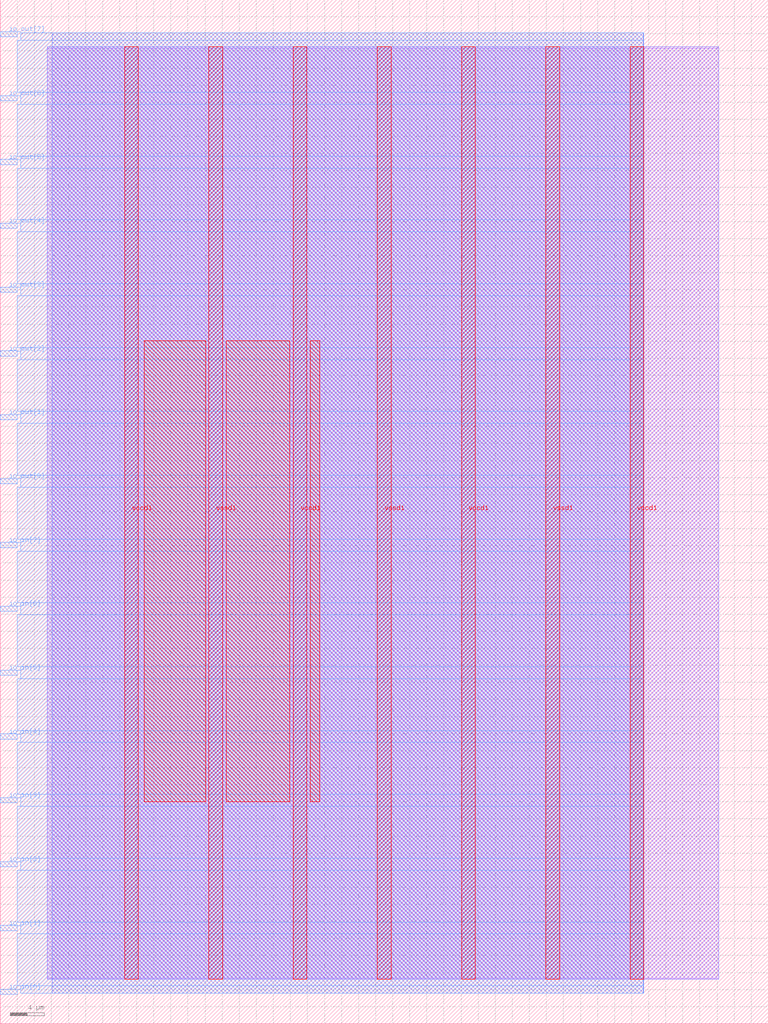
<source format=lef>
VERSION 5.7 ;
  NOWIREEXTENSIONATPIN ON ;
  DIVIDERCHAR "/" ;
  BUSBITCHARS "[]" ;
MACRO user_module_348381622440034899
  CLASS BLOCK ;
  FOREIGN user_module_348381622440034899 ;
  ORIGIN 0.000 0.000 ;
  SIZE 90.000 BY 120.000 ;
  PIN io_in[0]
    DIRECTION INPUT ;
    USE SIGNAL ;
    PORT
      LAYER met3 ;
        RECT 0.000 3.440 2.000 4.040 ;
    END
  END io_in[0]
  PIN io_in[1]
    DIRECTION INPUT ;
    USE SIGNAL ;
    PORT
      LAYER met3 ;
        RECT 0.000 10.920 2.000 11.520 ;
    END
  END io_in[1]
  PIN io_in[2]
    DIRECTION INPUT ;
    USE SIGNAL ;
    PORT
      LAYER met3 ;
        RECT 0.000 18.400 2.000 19.000 ;
    END
  END io_in[2]
  PIN io_in[3]
    DIRECTION INPUT ;
    USE SIGNAL ;
    PORT
      LAYER met3 ;
        RECT 0.000 25.880 2.000 26.480 ;
    END
  END io_in[3]
  PIN io_in[4]
    DIRECTION INPUT ;
    USE SIGNAL ;
    PORT
      LAYER met3 ;
        RECT 0.000 33.360 2.000 33.960 ;
    END
  END io_in[4]
  PIN io_in[5]
    DIRECTION INPUT ;
    USE SIGNAL ;
    PORT
      LAYER met3 ;
        RECT 0.000 40.840 2.000 41.440 ;
    END
  END io_in[5]
  PIN io_in[6]
    DIRECTION INPUT ;
    USE SIGNAL ;
    PORT
      LAYER met3 ;
        RECT 0.000 48.320 2.000 48.920 ;
    END
  END io_in[6]
  PIN io_in[7]
    DIRECTION INPUT ;
    USE SIGNAL ;
    PORT
      LAYER met3 ;
        RECT 0.000 55.800 2.000 56.400 ;
    END
  END io_in[7]
  PIN io_out[0]
    DIRECTION OUTPUT TRISTATE ;
    USE SIGNAL ;
    PORT
      LAYER met3 ;
        RECT 0.000 63.280 2.000 63.880 ;
    END
  END io_out[0]
  PIN io_out[1]
    DIRECTION OUTPUT TRISTATE ;
    USE SIGNAL ;
    PORT
      LAYER met3 ;
        RECT 0.000 70.760 2.000 71.360 ;
    END
  END io_out[1]
  PIN io_out[2]
    DIRECTION OUTPUT TRISTATE ;
    USE SIGNAL ;
    PORT
      LAYER met3 ;
        RECT 0.000 78.240 2.000 78.840 ;
    END
  END io_out[2]
  PIN io_out[3]
    DIRECTION OUTPUT TRISTATE ;
    USE SIGNAL ;
    PORT
      LAYER met3 ;
        RECT 0.000 85.720 2.000 86.320 ;
    END
  END io_out[3]
  PIN io_out[4]
    DIRECTION OUTPUT TRISTATE ;
    USE SIGNAL ;
    PORT
      LAYER met3 ;
        RECT 0.000 93.200 2.000 93.800 ;
    END
  END io_out[4]
  PIN io_out[5]
    DIRECTION OUTPUT TRISTATE ;
    USE SIGNAL ;
    PORT
      LAYER met3 ;
        RECT 0.000 100.680 2.000 101.280 ;
    END
  END io_out[5]
  PIN io_out[6]
    DIRECTION OUTPUT TRISTATE ;
    USE SIGNAL ;
    PORT
      LAYER met3 ;
        RECT 0.000 108.160 2.000 108.760 ;
    END
  END io_out[6]
  PIN io_out[7]
    DIRECTION OUTPUT TRISTATE ;
    USE SIGNAL ;
    PORT
      LAYER met3 ;
        RECT 0.000 115.640 2.000 116.240 ;
    END
  END io_out[7]
  PIN vccd1
    DIRECTION INOUT ;
    USE POWER ;
    PORT
      LAYER met4 ;
        RECT 14.590 5.200 16.190 114.480 ;
    END
    PORT
      LAYER met4 ;
        RECT 34.330 5.200 35.930 114.480 ;
    END
    PORT
      LAYER met4 ;
        RECT 54.070 5.200 55.670 114.480 ;
    END
    PORT
      LAYER met4 ;
        RECT 73.810 5.200 75.410 114.480 ;
    END
  END vccd1
  PIN vssd1
    DIRECTION INOUT ;
    USE GROUND ;
    PORT
      LAYER met4 ;
        RECT 24.460 5.200 26.060 114.480 ;
    END
    PORT
      LAYER met4 ;
        RECT 44.200 5.200 45.800 114.480 ;
    END
    PORT
      LAYER met4 ;
        RECT 63.940 5.200 65.540 114.480 ;
    END
  END vssd1
  OBS
      LAYER li1 ;
        RECT 5.520 5.355 84.180 114.325 ;
      LAYER met1 ;
        RECT 5.520 5.200 84.180 114.480 ;
      LAYER met2 ;
        RECT 6.080 3.555 75.380 116.125 ;
      LAYER met3 ;
        RECT 2.400 115.240 75.400 116.105 ;
        RECT 2.000 109.160 75.400 115.240 ;
        RECT 2.400 107.760 75.400 109.160 ;
        RECT 2.000 101.680 75.400 107.760 ;
        RECT 2.400 100.280 75.400 101.680 ;
        RECT 2.000 94.200 75.400 100.280 ;
        RECT 2.400 92.800 75.400 94.200 ;
        RECT 2.000 86.720 75.400 92.800 ;
        RECT 2.400 85.320 75.400 86.720 ;
        RECT 2.000 79.240 75.400 85.320 ;
        RECT 2.400 77.840 75.400 79.240 ;
        RECT 2.000 71.760 75.400 77.840 ;
        RECT 2.400 70.360 75.400 71.760 ;
        RECT 2.000 64.280 75.400 70.360 ;
        RECT 2.400 62.880 75.400 64.280 ;
        RECT 2.000 56.800 75.400 62.880 ;
        RECT 2.400 55.400 75.400 56.800 ;
        RECT 2.000 49.320 75.400 55.400 ;
        RECT 2.400 47.920 75.400 49.320 ;
        RECT 2.000 41.840 75.400 47.920 ;
        RECT 2.400 40.440 75.400 41.840 ;
        RECT 2.000 34.360 75.400 40.440 ;
        RECT 2.400 32.960 75.400 34.360 ;
        RECT 2.000 26.880 75.400 32.960 ;
        RECT 2.400 25.480 75.400 26.880 ;
        RECT 2.000 19.400 75.400 25.480 ;
        RECT 2.400 18.000 75.400 19.400 ;
        RECT 2.000 11.920 75.400 18.000 ;
        RECT 2.400 10.520 75.400 11.920 ;
        RECT 2.000 4.440 75.400 10.520 ;
        RECT 2.400 3.575 75.400 4.440 ;
      LAYER met4 ;
        RECT 16.855 26.015 24.060 80.065 ;
        RECT 26.460 26.015 33.930 80.065 ;
        RECT 36.330 26.015 37.425 80.065 ;
  END
END user_module_348381622440034899
END LIBRARY


</source>
